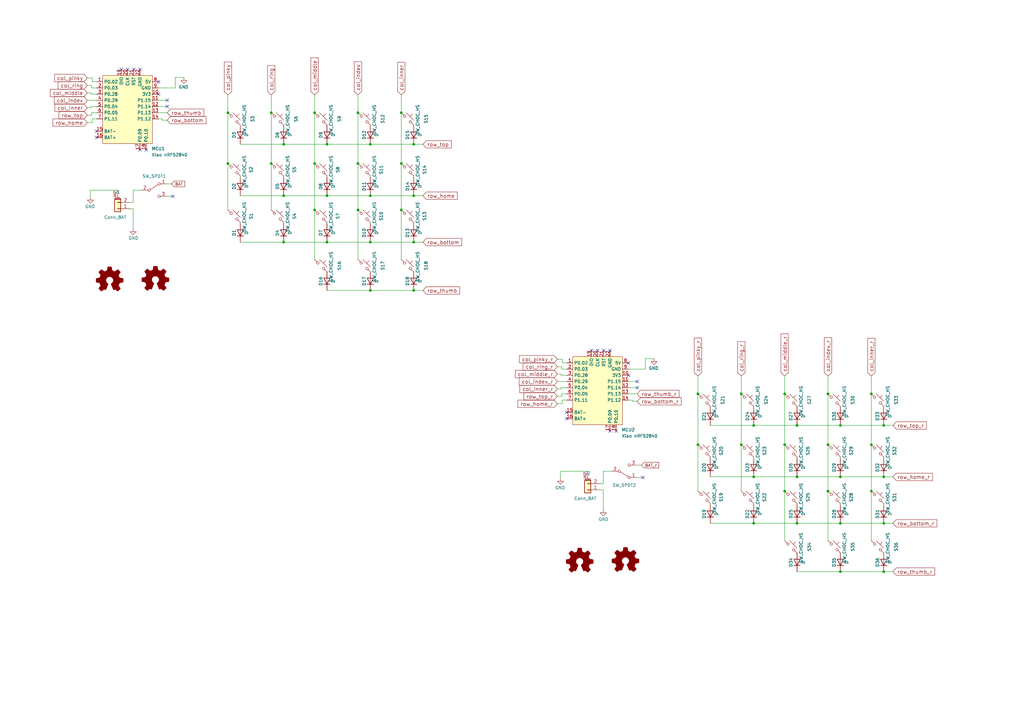
<source format=kicad_sch>
(kicad_sch (version 20231120) (generator "eeschema") (generator_version "8.0")
  (paper "A3")
  (lib_symbols
    (symbol "Connector_Generic_MountingPin:Conn_01x02_MountingPin" (pin_names (offset 1.016) hide)
      (property "Reference" "J" (at 0 2.54 0))
      (property "Value" "Conn_01x02_MountingPin" (at 1.27 -5.08 0))
      (symbol "Conn_01x02_MountingPin_1_1"
        (text "Mounting" (at 0 -4.191 0) (effects (font (size 0.381 0.381))))
        (pin passive line (at -5.08 0 0) (length 3.81) (name "Pin_1") (number "1"))
        (pin passive line (at -5.08 -2.54 0) (length 3.81) (name "Pin_2") (number "2"))
        (pin passive line (at 0 -7.62 90) (length 3.048) (name "MountPin") (number "MP"))
      )
    )
    (symbol "Device:D" (pin_numbers hide) (pin_names (offset 1.016) hide)
      (property "Reference" "D" (at 0 2.54 0))
      (property "Value" "D" (at 0 -2.54 0))
      (symbol "D_1_1"
        (pin passive line (at -3.81 0 0) (length 2.54) (name "K") (number "1"))
        (pin passive line (at 3.81 0 180) (length 2.54) (name "A") (number "2"))
      )
    )
    (symbol "Graphic:Logo_Open_Hardware_Small" (in_bom no) (on_board no))
    (symbol "Switch:SW_SPDT" (pin_names (offset 0) hide)
      (property "Reference" "SW" (at 0 4.318 0))
      (property "Value" "SW_SPDT" (at 0 -5.08 0))
      (symbol "SW_SPDT_1_1"
        (pin passive line (at 5.08 2.54 180) (length 2.54) (name "A") (number "1"))
        (pin passive line (at -5.08 0 0) (length 2.54) (name "B") (number "2"))
        (pin passive line (at 5.08 -2.54 180) (length 2.54) (name "C") (number "3"))
      )
    )
    (symbol "TB2086_KEYSWITCH:SW_CHOC_HS" (pin_numbers hide) (pin_names (offset 1.016) hide)
      (property "Reference" "SW" (at -6.6802 6.1722 0))
      (property "Value" "SW_CHOC_HS" (at -0.381 4.191 0))
      (symbol "SW_CHOC_HS_0_1"
        (pin passive line (at -2.54 2.54 0) (length 0) (name "1") (number "1"))
        (pin passive line (at 2.54 -2.54 180) (length 0) (name "2") (number "2"))
      )
    )
    (symbol "TB2086_MCU:xiao_nRF52840" (in_bom no)
      (property "Reference" "MCU" (at -10.16 -12.7 0))
      (property "Value" "Xiao nRF52840" (at -10.16 -15.24 0))
      (symbol "xiao_nRF52840_1_0"
        (pin bidirectional line (at -12.7 13.97 0) (length 2.54) (name "P0.02") (number "1"))
        (pin power_out line (at 12.7 8.89 180) (length 2.54) (name "3V3") (number "10"))
        (pin bidirectional line (at 12.7 6.35 180) (length 2.54) (name "P1.15") (number "11"))
        (pin bidirectional line (at 12.7 3.81 180) (length 2.54) (name "P1.14") (number "12"))
        (pin bidirectional line (at 12.7 1.27 180) (length 2.54) (name "P1.13") (number "13"))
        (pin bidirectional line (at 12.7 -1.27 180) (length 2.54) (name "P1.12") (number "14"))
        (pin power_in line (at -12.7 -6.35 0) (length 2.54) (name "BAT-") (number "15"))
        (pin power_in line (at -12.7 -8.89 0) (length 2.54) (name "BAT+") (number "16"))
        (pin bidirectional line (at 5.08 -13.97 90) (length 2.54) (name "P0.09") (number "17"))
        (pin bidirectional line (at 7.62 -13.97 90) (length 2.54) (name "P0.10") (number "18"))
        (pin bidirectional line (at -2.54 19.05 270) (length 2.54) (name "DIO") (number "19"))
        (pin bidirectional line (at -12.7 11.43 0) (length 2.54) (name "P0.03") (number "2"))
        (pin bidirectional line (at 0 19.05 270) (length 2.54) (name "CLK") (number "20"))
        (pin bidirectional line (at 2.54 19.05 270) (length 2.54) (name "RST") (number "21"))
        (pin power_out line (at 5.08 19.05 270) (length 2.54) (name "GND") (number "22"))
        (pin bidirectional line (at -12.7 8.89 0) (length 2.54) (name "P0.28") (number "3"))
        (pin bidirectional line (at -12.7 6.35 0) (length 2.54) (name "P0.29") (number "4"))
        (pin bidirectional line (at -12.7 3.81 0) (length 2.54) (name "P0.04") (number "5"))
        (pin bidirectional line (at -12.7 1.27 0) (length 2.54) (name "P0.05") (number "6"))
        (pin bidirectional line (at -12.7 -1.27 0) (length 2.54) (name "P1.11") (number "7"))
        (pin power_out line (at 12.7 13.97 180) (length 2.54) (name "5V") (number "8"))
        (pin power_out line (at 12.7 11.43 180) (length 2.54) (name "GND") (number "9"))
      )
    )
    (symbol "power:GND" (power) (pin_names (offset 0))
      (property "Value" "GND" (at 0 -3.81 0))
      (symbol "GND_1_1"
        (pin power_in line (at 0 0 270) (length 0) hide (name "GND") (number "1"))
      )
    )
    (symbol "power:PWR_FLAG" (power) (pin_numbers hide) (pin_names (offset 0) hide)
      (property "Value" "PWR_FLAG" (at 0 3.81 0))
      (symbol "PWR_FLAG_0_0"
        (pin power_out line (at 0 0 90) (length 0) (name "pwr") (number "1"))
      )
    )
    (symbol "power:VCC" (power) (pin_names (offset 0))
      (property "Value" "VCC" (at 0 3.81 0))
      (symbol "VCC_1_1"
        (pin power_in line (at 0 0 90) (length 0) hide (name "VCC") (number "1"))
      )
    )
  )
  (junction (at 357.378 201.422))
  (junction (at 357.378 161.544))
  (junction (at 93.472 46.228))
  (junction (at 321.818 201.422))
  (junction (at 111.252 67.056))
  (junction (at 111.252 46.228))
  (junction (at 286.258 161.544))
  (junction (at 344.678 214.63))
  (junction (at 151.892 80.264))
  (junction (at 164.592 86.106))
  (junction (at 344.678 234.442))
  (junction (at 326.898 174.498))
  (junction (at 129.032 46.228))
  (junction (at 134.112 59.182))
  (junction (at 326.898 195.58))
  (junction (at 116.332 80.264))
  (junction (at 339.598 161.544))
  (junction (at 326.898 214.63))
  (junction (at 151.892 59.182))
  (junction (at 362.458 214.63))
  (junction (at 362.458 195.58))
  (junction (at 309.118 214.63))
  (junction (at 362.458 174.498))
  (junction (at 93.472 67.056))
  (junction (at 304.038 161.544))
  (junction (at 116.332 99.314))
  (junction (at 151.892 99.314))
  (junction (at 164.592 46.228))
  (junction (at 146.812 46.228))
  (junction (at 321.818 161.544))
  (junction (at 344.678 174.498))
  (junction (at 169.672 80.264))
  (junction (at 129.032 86.106))
  (junction (at 116.332 59.182))
  (junction (at 169.672 59.182))
  (junction (at 339.598 201.422))
  (junction (at 286.258 182.372))
  (junction (at 321.818 182.372))
  (junction (at 151.892 119.126))
  (junction (at 169.672 99.314))
  (junction (at 164.592 67.056))
  (junction (at 134.112 99.314))
  (junction (at 129.032 67.056))
  (junction (at 134.112 80.264))
  (junction (at 169.672 119.126))
  (junction (at 146.812 67.056))
  (junction (at 146.812 86.106))
  (junction (at 309.118 195.58))
  (junction (at 309.118 174.498))
  (junction (at 344.678 195.58))
  (junction (at 362.458 234.442))
  (junction (at 339.598 182.372))
  (junction (at 357.378 182.372))
  (junction (at 304.038 182.372))
  (no_connect (at 232.41 171.704))
  (no_connect (at 52.324 28.448))
  (no_connect (at 68.58 43.688))
  (no_connect (at 39.624 53.848))
  (no_connect (at 68.58 41.148))
  (no_connect (at 252.73 176.784))
  (no_connect (at 261.366 159.004))
  (no_connect (at 49.784 28.448))
  (no_connect (at 57.404 61.468))
  (no_connect (at 232.41 169.164))
  (no_connect (at 242.57 143.764))
  (no_connect (at 245.11 143.764))
  (no_connect (at 261.366 156.464))
  (no_connect (at 65.024 33.528))
  (no_connect (at 59.944 61.468))
  (no_connect (at 57.404 28.448))
  (no_connect (at 247.65 143.764))
  (no_connect (at 263.652 195.834))
  (no_connect (at 70.866 80.518))
  (no_connect (at 257.81 153.924))
  (no_connect (at 250.19 143.764))
  (no_connect (at 257.81 148.844))
  (no_connect (at 39.624 56.388))
  (no_connect (at 65.024 38.608))
  (no_connect (at 54.864 28.448))
  (no_connect (at 250.19 176.784))
  (wire (pts (xy 164.592 46.228) (xy 164.592 67.056)))
  (wire (pts (xy 344.678 195.58) (xy 362.458 195.58)))
  (wire (pts (xy 169.672 80.264) (xy 173.482 80.264)))
  (wire (pts (xy 339.598 182.372) (xy 339.598 201.422)))
  (wire (pts (xy 111.252 46.228) (xy 111.252 67.056)))
  (wire (pts (xy 98.552 51.308) (xy 98.552 51.562)))
  (wire (pts (xy 164.592 38.862) (xy 164.592 46.228)))
  (wire (pts (xy 344.678 166.624) (xy 344.678 166.878)))
  (wire (pts (xy 54.61 85.598) (xy 53.34 85.598)))
  (wire (pts (xy 164.592 67.056) (xy 164.592 86.106)))
  (wire (pts (xy 37.592 47.244) (xy 37.592 46.228)))
  (wire (pts (xy 309.118 206.502) (xy 309.118 207.01)))
  (wire (pts (xy 357.378 201.422) (xy 357.378 221.742)))
  (wire (pts (xy 309.118 214.63) (xy 326.898 214.63)))
  (wire (pts (xy 326.898 214.63) (xy 344.678 214.63)))
  (wire (pts (xy 228.6 150.368) (xy 230.378 150.368)))
  (wire (pts (xy 321.818 182.372) (xy 321.818 201.422)))
  (wire (pts (xy 66.548 48.768) (xy 65.024 48.768)))
  (wire (pts (xy 362.458 166.624) (xy 362.458 166.878)))
  (wire (pts (xy 344.678 234.442) (xy 362.458 234.442)))
  (wire (pts (xy 259.334 164.084) (xy 257.81 164.084)))
  (wire (pts (xy 54.61 77.978) (xy 54.61 83.058)))
  (wire (pts (xy 164.592 86.106) (xy 164.592 106.426)))
  (wire (pts (xy 37.592 36.068) (xy 39.624 36.068)))
  (wire (pts (xy 37.846 50.292) (xy 37.846 48.768)))
  (wire (pts (xy 169.672 91.186) (xy 169.672 91.694)))
  (wire (pts (xy 321.818 201.422) (xy 321.818 221.742)))
  (wire (pts (xy 169.672 99.314) (xy 173.482 99.314)))
  (wire (pts (xy 93.472 67.056) (xy 93.472 86.106)))
  (wire (pts (xy 261.112 190.754) (xy 263.144 190.754)))
  (wire (pts (xy 54.61 83.058) (xy 53.34 83.058)))
  (wire (pts (xy 264.668 151.384) (xy 257.81 151.384)))
  (wire (pts (xy 326.898 187.452) (xy 326.898 187.96)))
  (wire (pts (xy 344.678 214.63) (xy 362.458 214.63)))
  (wire (pts (xy 37.338 44.196) (xy 37.338 43.688)))
  (wire (pts (xy 134.112 80.264) (xy 151.892 80.264)))
  (wire (pts (xy 70.866 80.518) (xy 68.326 80.518)))
  (wire (pts (xy 37.338 38.1) (xy 37.338 38.608)))
  (wire (pts (xy 362.458 195.58) (xy 366.268 195.58)))
  (wire (pts (xy 230.378 150.368) (xy 230.378 151.384)))
  (wire (pts (xy 304.038 182.372) (xy 304.038 201.422)))
  (wire (pts (xy 344.678 187.452) (xy 344.678 187.96)))
  (wire (pts (xy 68.58 41.148) (xy 65.024 41.148)))
  (wire (pts (xy 291.338 187.452) (xy 291.338 187.96)))
  (wire (pts (xy 326.898 206.502) (xy 326.898 207.01)))
  (wire (pts (xy 116.332 80.264) (xy 134.112 80.264)))
  (wire (pts (xy 111.252 67.056) (xy 111.252 86.106)))
  (wire (pts (xy 169.672 59.182) (xy 173.482 59.182)))
  (wire (pts (xy 129.032 46.228) (xy 129.032 67.056)))
  (wire (pts (xy 151.892 80.264) (xy 169.672 80.264)))
  (wire (pts (xy 35.814 44.196) (xy 37.338 44.196)))
  (wire (pts (xy 326.898 234.442) (xy 344.678 234.442)))
  (wire (pts (xy 93.472 46.228) (xy 93.472 67.056)))
  (wire (pts (xy 68.326 75.438) (xy 70.358 75.438)))
  (wire (pts (xy 111.252 38.862) (xy 111.252 46.228)))
  (wire (pts (xy 261.366 161.544) (xy 257.81 161.544)))
  (wire (pts (xy 357.378 182.372) (xy 357.378 201.422)))
  (wire (pts (xy 362.458 206.502) (xy 362.458 207.01)))
  (wire (pts (xy 357.378 154.178) (xy 357.378 161.544)))
  (wire (pts (xy 93.472 38.862) (xy 93.472 46.228)))
  (wire (pts (xy 151.892 51.308) (xy 151.892 51.562)))
  (wire (pts (xy 259.334 164.592) (xy 259.334 164.084)))
  (wire (pts (xy 362.458 187.452) (xy 362.458 187.96)))
  (wire (pts (xy 71.882 36.068) (xy 65.024 36.068)))
  (wire (pts (xy 291.338 166.624) (xy 291.338 166.878)))
  (wire (pts (xy 134.112 99.314) (xy 151.892 99.314)))
  (wire (pts (xy 228.6 156.464) (xy 232.41 156.464)))
  (wire (pts (xy 228.6 162.56) (xy 230.378 162.56)))
  (wire (pts (xy 116.332 99.314) (xy 134.112 99.314)))
  (wire (pts (xy 261.366 164.592) (xy 259.334 164.592)))
  (wire (pts (xy 263.652 195.834) (xy 261.112 195.834)))
  (wire (pts (xy 151.892 119.126) (xy 169.672 119.126)))
  (wire (pts (xy 68.58 43.688) (xy 65.024 43.688)))
  (wire (pts (xy 247.396 200.914) (xy 246.126 200.914)))
  (wire (pts (xy 48.26 77.978) (xy 37.084 77.978)))
  (wire (pts (xy 326.898 166.624) (xy 326.898 166.878)))
  (wire (pts (xy 129.032 86.106) (xy 129.032 106.426)))
  (wire (pts (xy 37.846 48.768) (xy 39.624 48.768)))
  (wire (pts (xy 98.552 99.314) (xy 116.332 99.314)))
  (wire (pts (xy 173.482 119.126) (xy 169.672 119.126)))
  (wire (pts (xy 35.814 50.292) (xy 37.846 50.292)))
  (wire (pts (xy 230.378 161.544) (xy 232.41 161.544)))
  (wire (pts (xy 151.892 72.136) (xy 151.892 72.644)))
  (wire (pts (xy 230.378 151.384) (xy 232.41 151.384)))
  (wire (pts (xy 116.332 59.182) (xy 134.112 59.182)))
  (wire (pts (xy 344.678 174.498) (xy 362.458 174.498)))
  (wire (pts (xy 151.892 99.314) (xy 169.672 99.314)))
  (wire (pts (xy 230.124 159.512) (xy 230.124 159.004)))
  (wire (pts (xy 362.458 214.63) (xy 366.268 214.63)))
  (wire (pts (xy 35.814 38.1) (xy 37.338 38.1)))
  (wire (pts (xy 169.672 72.136) (xy 169.672 72.644)))
  (wire (pts (xy 286.258 154.178) (xy 286.258 161.544)))
  (wire (pts (xy 268.224 147.066) (xy 264.668 147.066)))
  (wire (pts (xy 68.58 46.228) (xy 65.024 46.228)))
  (wire (pts (xy 66.548 49.276) (xy 66.548 48.768)))
  (wire (pts (xy 230.632 165.608) (xy 230.632 164.084)))
  (wire (pts (xy 228.6 159.512) (xy 230.124 159.512)))
  (wire (pts (xy 169.672 51.308) (xy 169.672 51.562)))
  (wire (pts (xy 146.812 38.862) (xy 146.812 46.228)))
  (wire (pts (xy 309.118 195.58) (xy 326.898 195.58)))
  (wire (pts (xy 229.87 193.294) (xy 229.87 196.088)))
  (wire (pts (xy 230.378 162.56) (xy 230.378 161.544)))
  (wire (pts (xy 339.598 161.544) (xy 339.598 182.372)))
  (wire (pts (xy 35.814 32.004) (xy 37.846 32.004)))
  (wire (pts (xy 309.118 174.498) (xy 326.898 174.498)))
  (wire (pts (xy 37.592 46.228) (xy 39.624 46.228)))
  (wire (pts (xy 75.438 31.75) (xy 71.882 31.75)))
  (wire (pts (xy 98.552 80.264) (xy 116.332 80.264)))
  (wire (pts (xy 291.338 206.502) (xy 291.338 207.01)))
  (wire (pts (xy 230.124 153.924) (xy 232.41 153.924)))
  (wire (pts (xy 304.038 154.178) (xy 304.038 161.544)))
  (wire (pts (xy 326.898 195.58) (xy 344.678 195.58)))
  (wire (pts (xy 54.61 85.598) (xy 54.61 93.726)))
  (wire (pts (xy 247.396 200.914) (xy 247.396 209.042)))
  (wire (pts (xy 71.882 31.75) (xy 71.882 36.068)))
  (wire (pts (xy 35.814 47.244) (xy 37.592 47.244)))
  (wire (pts (xy 37.592 35.052) (xy 37.592 36.068)))
  (wire (pts (xy 366.268 234.442) (xy 362.458 234.442)))
  (wire (pts (xy 54.61 77.978) (xy 58.166 77.978)))
  (wire (pts (xy 291.338 214.63) (xy 309.118 214.63)))
  (wire (pts (xy 37.338 38.608) (xy 39.624 38.608)))
  (wire (pts (xy 228.6 153.416) (xy 230.124 153.416)))
  (wire (pts (xy 321.818 154.178) (xy 321.818 161.544)))
  (wire (pts (xy 151.892 91.186) (xy 151.892 91.694)))
  (wire (pts (xy 247.396 193.294) (xy 250.952 193.294)))
  (wire (pts (xy 68.58 49.276) (xy 66.548 49.276)))
  (wire (pts (xy 291.338 195.58) (xy 309.118 195.58)))
  (wire (pts (xy 230.632 147.32) (xy 230.632 148.844)))
  (wire (pts (xy 116.332 72.136) (xy 116.332 72.644)))
  (wire (pts (xy 37.338 43.688) (xy 39.624 43.688)))
  (wire (pts (xy 35.814 41.148) (xy 39.624 41.148)))
  (wire (pts (xy 357.378 161.544) (xy 357.378 182.372)))
  (wire (pts (xy 339.598 154.178) (xy 339.598 161.544)))
  (wire (pts (xy 134.112 51.308) (xy 134.112 51.562)))
  (wire (pts (xy 241.046 193.294) (xy 229.87 193.294)))
  (wire (pts (xy 291.338 174.498) (xy 309.118 174.498)))
  (wire (pts (xy 326.898 174.498) (xy 344.678 174.498)))
  (wire (pts (xy 134.112 91.186) (xy 134.112 91.694)))
  (wire (pts (xy 116.332 51.308) (xy 116.332 51.562)))
  (wire (pts (xy 286.258 161.544) (xy 286.258 182.372)))
  (wire (pts (xy 37.846 32.004) (xy 37.846 33.528)))
  (wire (pts (xy 321.818 161.544) (xy 321.818 182.372)))
  (wire (pts (xy 264.668 147.066) (xy 264.668 151.384)))
  (wire (pts (xy 228.6 147.32) (xy 230.632 147.32)))
  (wire (pts (xy 228.6 165.608) (xy 230.632 165.608)))
  (wire (pts (xy 339.598 201.422) (xy 339.598 221.742)))
  (wire (pts (xy 261.366 156.464) (xy 257.81 156.464)))
  (wire (pts (xy 309.118 166.624) (xy 309.118 166.878)))
  (wire (pts (xy 129.032 67.056) (xy 129.032 86.106)))
  (wire (pts (xy 98.552 91.186) (xy 98.552 91.694)))
  (wire (pts (xy 247.396 198.374) (xy 246.126 198.374)))
  (wire (pts (xy 116.332 91.186) (xy 116.332 91.694)))
  (wire (pts (xy 362.458 174.498) (xy 366.268 174.498)))
  (wire (pts (xy 261.366 159.004) (xy 257.81 159.004)))
  (wire (pts (xy 309.118 187.452) (xy 309.118 187.96)))
  (wire (pts (xy 230.632 148.844) (xy 232.41 148.844)))
  (wire (pts (xy 134.112 119.126) (xy 151.892 119.126)))
  (wire (pts (xy 151.892 59.182) (xy 169.672 59.182)))
  (wire (pts (xy 98.552 59.182) (xy 116.332 59.182)))
  (wire (pts (xy 35.814 35.052) (xy 37.592 35.052)))
  (wire (pts (xy 304.038 161.544) (xy 304.038 182.372)))
  (wire (pts (xy 98.552 72.136) (xy 98.552 72.644)))
  (wire (pts (xy 37.084 77.978) (xy 37.084 80.772)))
  (wire (pts (xy 230.124 159.004) (xy 232.41 159.004)))
  (wire (pts (xy 286.258 182.372) (xy 286.258 201.422)))
  (wire (pts (xy 344.678 206.502) (xy 344.678 207.01)))
  (wire (pts (xy 230.124 153.416) (xy 230.124 153.924)))
  (wire (pts (xy 146.812 67.056) (xy 146.812 86.106)))
  (wire (pts (xy 230.632 164.084) (xy 232.41 164.084)))
  (wire (pts (xy 134.112 72.136) (xy 134.112 72.644)))
  (wire (pts (xy 129.032 38.862) (xy 129.032 46.228)))
  (wire (pts (xy 134.112 59.182) (xy 151.892 59.182)))
  (wire (pts (xy 146.812 86.106) (xy 146.812 106.426)))
  (wire (pts (xy 37.846 33.528) (xy 39.624 33.528)))
  (wire (pts (xy 247.396 193.294) (xy 247.396 198.374)))
  (wire (pts (xy 146.812 46.228) (xy 146.812 67.056)))
  (global_label "row_top" (shape input) (at 173.482 59.182 0) (effects (font (size 1.524 1.524))) (property "Intersheetrefs" "${INTERSHEET_REFS}" (effects (hide yes))))
  (global_label "row_home" (shape input) (at 173.482 80.264 0) (effects (font (size 1.524 1.524))) (property "Intersheetrefs" "${INTERSHEET_REFS}" (effects (hide yes))))
  (global_label "col_pinky" (shape input) (at 35.814 32.004 180) (effects (font (size 1.524 1.524))) (property "Intersheetrefs" "${INTERSHEET_REFS}" (effects (hide yes))))
  (global_label "row_top_r" (shape input) (at 366.268 174.498 0) (effects (font (size 1.524 1.524))) (property "Intersheetrefs" "${INTERSHEET_REFS}" (effects (hide yes))))
  (global_label "col_pinky_r" (shape input) (at 286.258 154.178 90) (effects (font (size 1.524 1.524))) (property "Intersheetrefs" "${INTERSHEET_REFS}" (effects (hide yes))))
  (global_label "col_index_r" (shape input) (at 339.598 154.178 90) (effects (font (size 1.524 1.524))) (property "Intersheetrefs" "${INTERSHEET_REFS}" (effects (hide yes))))
  (global_label "row_thumb" (shape input) (at 68.58 46.228 0) (effects (font (size 1.524 1.524))) (property "Intersheetrefs" "${INTERSHEET_REFS}" (effects (hide yes))))
  (global_label "row_top_r" (shape input) (at 228.6 162.56 180) (effects (font (size 1.524 1.524))) (property "Intersheetrefs" "${INTERSHEET_REFS}" (effects (hide yes))))
  (global_label "col_middle_r" (shape input) (at 228.6 153.416 180) (effects (font (size 1.524 1.524))) (property "Intersheetrefs" "${INTERSHEET_REFS}" (effects (hide yes))))
  (global_label "col_inner_r" (shape input) (at 357.378 154.178 90) (effects (font (size 1.524 1.524))) (property "Intersheetrefs" "${INTERSHEET_REFS}" (effects (hide yes))))
  (global_label "col_pinky" (shape input) (at 93.472 38.862 90) (effects (font (size 1.524 1.524))) (property "Intersheetrefs" "${INTERSHEET_REFS}" (effects (hide yes))))
  (global_label "col_inner" (shape input) (at 164.592 38.862 90) (effects (font (size 1.524 1.524))) (property "Intersheetrefs" "${INTERSHEET_REFS}" (effects (hide yes))))
  (global_label "col_pinky_r" (shape input) (at 228.6 147.32 180) (effects (font (size 1.524 1.524))) (property "Intersheetrefs" "${INTERSHEET_REFS}" (effects (hide yes))))
  (global_label "col_ring" (shape input) (at 111.252 38.862 90) (effects (font (size 1.524 1.524))) (property "Intersheetrefs" "${INTERSHEET_REFS}" (effects (hide yes))))
  (global_label "row_bottom" (shape input) (at 173.482 99.314 0) (effects (font (size 1.524 1.524))) (property "Intersheetrefs" "${INTERSHEET_REFS}" (effects (hide yes))))
  (global_label "col_index" (shape input) (at 35.814 41.148 180) (effects (font (size 1.524 1.524))) (property "Intersheetrefs" "${INTERSHEET_REFS}" (effects (hide yes))))
  (global_label "col_ring_r" (shape input) (at 228.6 150.368 180) (effects (font (size 1.524 1.524))) (property "Intersheetrefs" "${INTERSHEET_REFS}" (effects (hide yes))))
  (global_label "col_middle" (shape input) (at 35.814 38.1 180) (effects (font (size 1.524 1.524))) (property "Intersheetrefs" "${INTERSHEET_REFS}" (effects (hide yes))))
  (global_label "row_bottom_r" (shape input) (at 366.268 214.63 0) (effects (font (size 1.524 1.524))) (property "Intersheetrefs" "${INTERSHEET_REFS}" (effects (hide yes))))
  (global_label "row_thumb" (shape input) (at 173.482 119.126 0) (effects (font (size 1.524 1.524))) (property "Intersheetrefs" "${INTERSHEET_REFS}" (effects (hide yes))))
  (global_label "col_ring_r" (shape input) (at 304.038 154.178 90) (effects (font (size 1.524 1.524))) (property "Intersheetrefs" "${INTERSHEET_REFS}" (effects (hide yes))))
  (global_label "col_index" (shape input) (at 146.812 38.862 90) (effects (font (size 1.524 1.524))) (property "Intersheetrefs" "${INTERSHEET_REFS}" (effects (hide yes))))
  (global_label "col_inner_r" (shape input) (at 228.6 159.512 180) (effects (font (size 1.524 1.524))) (property "Intersheetrefs" "${INTERSHEET_REFS}" (effects (hide yes))))
  (global_label "row_home_r" (shape input) (at 228.6 165.608 180) (effects (font (size 1.524 1.524))) (property "Intersheetrefs" "${INTERSHEET_REFS}" (effects (hide yes))))
  (global_label "row_home" (shape input) (at 35.814 50.292 180) (effects (font (size 1.524 1.524))) (property "Intersheetrefs" "${INTERSHEET_REFS}" (effects (hide yes))))
  (global_label "col_middle" (shape input) (at 129.032 38.862 90) (effects (font (size 1.524 1.524))) (property "Intersheetrefs" "${INTERSHEET_REFS}" (effects (hide yes))))
  (global_label "row_thumb_r" (shape input) (at 261.366 161.544 0) (effects (font (size 1.524 1.524))) (property "Intersheetrefs" "${INTERSHEET_REFS}" (effects (hide yes))))
  (global_label "BAT_r" (shape input) (at 263.144 190.754 0) (effects (font (size 1.1938 1.1938))) (property "Intersheetrefs" "${INTERSHEET_REFS}" (effects (hide yes))))
  (global_label "row_bottom_r" (shape input) (at 261.366 164.592 0) (effects (font (size 1.524 1.524))) (property "Intersheetrefs" "${INTERSHEET_REFS}" (effects (hide yes))))
  (global_label "col_ring" (shape input) (at 35.814 35.052 180) (effects (font (size 1.524 1.524))) (property "Intersheetrefs" "${INTERSHEET_REFS}" (effects (hide yes))))
  (global_label "col_index_r" (shape input) (at 228.6 156.464 180) (effects (font (size 1.524 1.524))) (property "Intersheetrefs" "${INTERSHEET_REFS}" (effects (hide yes))))
  (global_label "col_inner" (shape input) (at 35.814 44.196 180) (effects (font (size 1.524 1.524))) (property "Intersheetrefs" "${INTERSHEET_REFS}" (effects (hide yes))))
  (global_label "row_bottom" (shape input) (at 68.58 49.276 0) (effects (font (size 1.524 1.524))) (property "Intersheetrefs" "${INTERSHEET_REFS}" (effects (hide yes))))
  (global_label "BAT" (shape input) (at 70.358 75.438 0) (effects (font (size 1.1938 1.1938))) (property "Intersheetrefs" "${INTERSHEET_REFS}" (effects (hide yes))))
  (global_label "row_home_r" (shape input) (at 366.268 195.58 0) (effects (font (size 1.524 1.524))) (property "Intersheetrefs" "${INTERSHEET_REFS}" (effects (hide yes))))
  (global_label "row_top" (shape input) (at 35.814 47.244 180) (effects (font (size 1.524 1.524))) (property "Intersheetrefs" "${INTERSHEET_REFS}" (effects (hide yes))))
  (global_label "row_thumb_r" (shape input) (at 366.268 234.442 0) (effects (font (size 1.524 1.524))) (property "Intersheetrefs" "${INTERSHEET_REFS}" (effects (hide yes))))
  (global_label "col_middle_r" (shape input) (at 321.818 154.178 90) (effects (font (size 1.524 1.524))) (property "Intersheetrefs" "${INTERSHEET_REFS}" (effects (hide yes))))
  (symbol (lib_id "Device:D") (at 134.112 55.372 90) (unit 1)
    (property "Reference" "D9" (at 131.572 55.372 0))
    (property "Value" "D" (at 136.652 55.372 0))
    (property "Footprint" "TB2086_SMD:D3_SMD" (effects (hide yes)))
    (property "Sim.Device" "D" (effects (hide yes)))
    (property "Sim.Pins" "1=K 2=A" (effects (hide yes)))
  )
  (symbol (lib_id "power:GND") (at 247.396 209.042 0) (mirror y) (unit 1)
    (property "Reference" "#PWR06" (effects (hide yes)))
    (property "Value" "GND" (at 247.523 212.979 0))
  )
  (symbol (lib_id "Device:D") (at 326.898 170.688 90) (unit 1)
    (property "Reference" "D27" (at 324.358 170.688 0))
    (property "Value" "D" (at 329.438 170.688 0))
    (property "Footprint" "TB2086_SMD:D3_SMD" (effects (hide yes)))
    (property "Sim.Device" "D" (effects (hide yes)))
    (property "Sim.Pins" "1=K 2=A" (effects (hide yes)))
  )
  (symbol (lib_id "Device:D") (at 291.338 170.688 90) (unit 1)
    (property "Reference" "D21" (at 288.798 170.688 0))
    (property "Value" "D" (at 293.878 170.688 0))
    (property "Footprint" "TB2086_SMD:D3_SMD" (effects (hide yes)))
    (property "Sim.Device" "D" (effects (hide yes)))
    (property "Sim.Pins" "1=K 2=A" (effects (hide yes)))
  )
  (symbol (lib_id "Device:D") (at 116.332 76.454 90) (unit 1)
    (property "Reference" "D5" (at 113.792 76.454 0))
    (property "Value" "D" (at 118.872 76.454 0))
    (property "Footprint" "TB2086_SMD:D3_SMD" (effects (hide yes)))
    (property "Sim.Device" "D" (effects (hide yes)))
    (property "Sim.Pins" "1=K 2=A" (effects (hide yes)))
  )
  (symbol (lib_id "TB2086_KEYSWITCH:SW_CHOC_HS") (at 342.138 224.282 270) (mirror x) (unit 1)
    (property "Reference" "S35" (at 349.758 224.282 0))
    (property "Value" "SW_CHOC_HS" (at 346.329 224.663 0))
    (property "Footprint" "TB2086_KEYSWITCH:SW_choc_v1_v2_HS_1u" (effects (hide yes)))
    (property "Description" "Push button switch, normally open, two pins, 45° tilted" (effects (hide yes)))
  )
  (symbol (lib_id "power:GND") (at 54.61 93.726 0) (mirror y) (unit 1)
    (property "Reference" "#PWR03" (effects (hide yes)))
    (property "Value" "GND" (at 54.737 97.663 0))
  )
  (symbol (lib_id "TB2086_KEYSWITCH:SW_CHOC_HS") (at 324.358 224.282 270) (mirror x) (unit 1)
    (property "Reference" "S34" (at 331.978 224.282 0))
    (property "Value" "SW_CHOC_HS" (at 328.549 224.663 0))
    (property "Footprint" "TB2086_KEYSWITCH:SW_choc_v1_v2_HS_1u" (effects (hide yes)))
    (property "Description" "Push button switch, normally open, two pins, 45° tilted" (effects (hide yes)))
  )
  (symbol (lib_id "Device:D") (at 326.898 210.82 90) (unit 1)
    (property "Reference" "D25" (at 324.358 210.82 0))
    (property "Value" "D" (at 329.438 210.82 0))
    (property "Footprint" "TB2086_SMD:D3_SMD" (effects (hide yes)))
    (property "Sim.Device" "D" (effects (hide yes)))
    (property "Sim.Pins" "1=K 2=A" (effects (hide yes)))
  )
  (symbol (lib_id "TB2086_KEYSWITCH:SW_CHOC_HS") (at 342.138 184.912 270) (mirror x) (unit 1)
    (property "Reference" "S29" (at 349.123 184.912 0))
    (property "Value" "SW_CHOC_HS" (at 346.329 185.293 0))
    (property "Footprint" "TB2086_KEYSWITCH:SW_choc_v1_v2_HS_1u" (effects (hide yes)))
    (property "Description" "Push button switch, normally open, two pins, 45° tilted" (effects (hide yes)))
  )
  (symbol (lib_id "Device:D") (at 116.332 55.372 90) (unit 1)
    (property "Reference" "D6" (at 113.792 55.372 0))
    (property "Value" "D" (at 118.872 55.372 0))
    (property "Footprint" "TB2086_SMD:D3_SMD" (effects (hide yes)))
    (property "Sim.Device" "D" (effects (hide yes)))
    (property "Sim.Pins" "1=K 2=A" (effects (hide yes)))
  )
  (symbol (lib_id "Device:D") (at 362.458 230.632 90) (unit 1)
    (property "Reference" "D36" (at 359.918 230.632 0))
    (property "Value" "D" (at 364.998 230.632 0))
    (property "Footprint" "TB2086_SMD:D3_SMD" (effects (hide yes)))
    (property "Sim.Device" "D" (effects (hide yes)))
    (property "Sim.Pins" "1=K 2=A" (effects (hide yes)))
  )
  (symbol (lib_id "Device:D") (at 116.332 95.504 90) (unit 1)
    (property "Reference" "D4" (at 113.792 95.504 0))
    (property "Value" "D" (at 118.872 95.504 0))
    (property "Footprint" "TB2086_SMD:D3_SMD" (effects (hide yes)))
    (property "Sim.Device" "D" (effects (hide yes)))
    (property "Sim.Pins" "1=K 2=A" (effects (hide yes)))
  )
  (symbol (lib_id "TB2086_KEYSWITCH:SW_CHOC_HS") (at 288.798 164.084 270) (mirror x) (unit 1)
    (property "Reference" "S21" (at 296.418 164.084 0))
    (property "Value" "SW_CHOC_HS" (at 292.989 164.465 0))
    (property "Footprint" "TB2086_KEYSWITCH:SW_choc_v1_v2_HS_1u" (effects (hide yes)))
    (property "Description" "Push button switch, normally open, two pins, 45° tilted" (effects (hide yes)))
  )
  (symbol (lib_id "power:GND") (at 561.34 21.59 0) (unit 1)
    (property "Reference" "#PWR023" (effects (hide yes)))
    (property "Value" "GND" (at 561.34 25.4 0))
  )
  (symbol (lib_id "power:GND") (at 37.084 80.772 0) (unit 1)
    (property "Reference" "#PWR02" (effects (hide yes)))
    (property "Value" "GND" (at 36.957 84.709 0))
  )
  (symbol (lib_id "TB2086_KEYSWITCH:SW_CHOC_HS") (at 149.352 48.768 270) (mirror x) (unit 1)
    (property "Reference" "S12" (at 156.972 48.768 0))
    (property "Value" "SW_CHOC_HS" (at 153.543 49.149 0))
    (property "Footprint" "TB2086_KEYSWITCH:SW_choc_v1_v2_HS_1u" (effects (hide yes)))
    (property "Description" "Push button switch, normally open, two pins, 45° tilted" (effects (hide yes)))
  )
  (symbol (lib_id "Device:D") (at 344.678 170.688 90) (unit 1)
    (property "Reference" "D30" (at 342.138 170.688 0))
    (property "Value" "D" (at 347.218 170.688 0))
    (property "Footprint" "TB2086_SMD:D3_SMD" (effects (hide yes)))
    (property "Sim.Device" "D" (effects (hide yes)))
    (property "Sim.Pins" "1=K 2=A" (effects (hide yes)))
  )
  (symbol (lib_id "TB2086_MCU:xiao_nRF52840") (at 245.11 162.814 0) (unit 1) (in_bom no)
    (property "Reference" "MCU2" (at 254.9241 176.276 0) (effects (justify left)))
    (property "Value" "Xiao nRF52840" (at 254.9241 178.816 0) (effects (justify left)))
    (property "Footprint" "TB2086_G_MCU:Xiao_nRF52840_edgecut" (effects (hide yes)))
    (property "Description" "Symbol for a Seeeduino Xiao nRF52840" (effects (hide yes)))
  )
  (symbol (lib_id "Device:D") (at 362.458 170.688 90) (unit 1)
    (property "Reference" "D33" (at 359.918 170.688 0))
    (property "Value" "D" (at 364.998 170.688 0))
    (property "Footprint" "TB2086_SMD:D3_SMD" (effects (hide yes)))
    (property "Sim.Device" "D" (effects (hide yes)))
    (property "Sim.Pins" "1=K 2=A" (effects (hide yes)))
  )
  (symbol (lib_id "power:PWR_FLAG") (at 571.5 21.59 180) (unit 1)
    (property "Reference" "#FLG02" (effects (hide yes)))
    (property "Value" "PWR_FLAG" (at 571.5 25.4 0))
  )
  (symbol (lib_id "TB2086_KEYSWITCH:SW_CHOC_HS") (at 288.798 184.912 270) (mirror x) (unit 1)
    (property "Reference" "S20" (at 295.783 184.912 0))
    (property "Value" "SW_CHOC_HS" (at 292.989 185.293 0))
    (property "Footprint" "TB2086_KEYSWITCH:SW_choc_v1_v2_HS_1u" (effects (hide yes)))
    (property "Description" "Push button switch, normally open, two pins, 45° tilted" (effects (hide yes)))
  )
  (symbol (lib_id "Device:D") (at 169.672 55.372 90) (unit 1)
    (property "Reference" "D15" (at 167.132 55.372 0))
    (property "Value" "D" (at 172.212 55.372 0))
    (property "Footprint" "TB2086_SMD:D3_SMD" (effects (hide yes)))
    (property "Sim.Device" "D" (effects (hide yes)))
    (property "Sim.Pins" "1=K 2=A" (effects (hide yes)))
  )
  (symbol (lib_id "Device:D") (at 151.892 95.504 90) (unit 1)
    (property "Reference" "D10" (at 149.352 95.504 0))
    (property "Value" "D" (at 154.432 95.504 0))
    (property "Footprint" "TB2086_SMD:D3_SMD" (effects (hide yes)))
    (property "Sim.Device" "D" (effects (hide yes)))
    (property "Sim.Pins" "1=K 2=A" (effects (hide yes)))
  )
  (symbol (lib_id "Device:D") (at 309.118 210.82 90) (unit 1)
    (property "Reference" "D22" (at 306.578 210.82 0))
    (property "Value" "D" (at 311.658 210.82 0))
    (property "Footprint" "TB2086_SMD:D3_SMD" (effects (hide yes)))
    (property "Sim.Device" "D" (effects (hide yes)))
    (property "Sim.Pins" "1=K 2=A" (effects (hide yes)))
  )
  (symbol (lib_id "Device:D") (at 134.112 95.504 90) (unit 1)
    (property "Reference" "D7" (at 131.572 95.504 0))
    (property "Value" "D" (at 136.652 95.504 0))
    (property "Footprint" "TB2086_SMD:D3_SMD" (effects (hide yes)))
    (property "Sim.Device" "D" (effects (hide yes)))
    (property "Sim.Pins" "1=K 2=A" (effects (hide yes)))
  )
  (symbol (lib_id "TB2086_KEYSWITCH:SW_CHOC_HS") (at 167.132 69.596 270) (mirror x) (unit 1)
    (property "Reference" "S14" (at 174.117 69.596 0))
    (property "Value" "SW_CHOC_HS" (at 171.323 69.977 0))
    (property "Footprint" "TB2086_KEYSWITCH:SW_choc_v1_v2_HS_1u" (effects (hide yes)))
    (property "Description" "Push button switch, normally open, two pins, 45° tilted" (effects (hide yes)))
  )
  (symbol (lib_id "Connector_Generic_MountingPin:Conn_01x02_MountingPin") (at 241.046 200.914 180) (unit 1)
    (property "Reference" "J2" (at 241.046 194.0941 0))
    (property "Value" "Conn_BAT" (at 240.0554 204.4446 0))
    (property "Footprint" "TB2086_SMD:Molex_Pico-EZmate_78171-0002_1x02-1MP_P1.20mm_HandSolder" (effects (hide yes)))
    (property "Description" "Generic connectable mounting pin connector, single row, 01x02, script generated (kicad-library-utils/schlib/autogen/connector/)" (effects (hide yes)))
  )
  (symbol (lib_id "Device:D") (at 98.552 55.372 90) (unit 1)
    (property "Reference" "D3" (at 96.012 55.372 0))
    (property "Value" "D" (at 101.092 55.372 0))
    (property "Footprint" "TB2086_SMD:D3_SMD" (effects (hide yes)))
    (property "Sim.Device" "D" (effects (hide yes)))
    (property "Sim.Pins" "1=K 2=A" (effects (hide yes)))
  )
  (symbol (lib_id "TB2086_KEYSWITCH:SW_CHOC_HS") (at 359.918 184.912 270) (mirror x) (unit 1)
    (property "Reference" "S32" (at 366.903 184.912 0))
    (property "Value" "SW_CHOC_HS" (at 364.109 185.293 0))
    (property "Footprint" "TB2086_KEYSWITCH:SW_choc_v1_v2_HS_1u" (effects (hide yes)))
    (property "Description" "Push button switch, normally open, two pins, 45° tilted" (effects (hide yes)))
  )
  (symbol (lib_id "Device:D") (at 169.672 115.316 90) (unit 1)
    (property "Reference" "D18" (at 167.132 115.316 0))
    (property "Value" "D" (at 172.212 115.316 0))
    (property "Footprint" "TB2086_SMD:D3_SMD" (effects (hide yes)))
    (property "Sim.Device" "D" (effects (hide yes)))
    (property "Sim.Pins" "1=K 2=A" (effects (hide yes)))
  )
  (symbol (lib_id "TB2086_KEYSWITCH:SW_CHOC_HS") (at 288.798 203.962 270) (mirror x) (unit 1)
    (property "Reference" "S19" (at 295.783 203.962 0))
    (property "Value" "SW_CHOC_HS" (at 292.989 204.343 0))
    (property "Footprint" "TB2086_KEYSWITCH:SW_choc_v1_v2_HS_1u" (effects (hide yes)))
    (property "Description" "Push button switch, normally open, two pins, 45° tilted" (effects (hide yes)))
  )
  (symbol (lib_id "TB2086_KEYSWITCH:SW_CHOC_HS") (at 131.572 108.966 270) (mirror x) (unit 1)
    (property "Reference" "S16" (at 139.192 108.966 0))
    (property "Value" "SW_CHOC_HS" (at 135.763 109.347 0))
    (property "Footprint" "TB2086_KEYSWITCH:SW_choc_v1_v2_HS_1u" (effects (hide yes)))
    (property "Description" "Push button switch, normally open, two pins, 45° tilted" (effects (hide yes)))
  )
  (symbol (lib_id "TB2086_KEYSWITCH:SW_CHOC_HS") (at 359.918 164.084 270) (mirror x) (unit 1)
    (property "Reference" "S33" (at 367.538 164.084 0))
    (property "Value" "SW_CHOC_HS" (at 364.109 164.465 0))
    (property "Footprint" "TB2086_KEYSWITCH:SW_choc_v1_v2_HS_1u" (effects (hide yes)))
    (property "Description" "Push button switch, normally open, two pins, 45° tilted" (effects (hide yes)))
  )
  (symbol (lib_id "TB2086_KEYSWITCH:SW_CHOC_HS") (at 131.572 88.646 270) (mirror x) (unit 1)
    (property "Reference" "S7" (at 138.557 88.646 0))
    (property "Value" "SW_CHOC_HS" (at 135.763 89.027 0))
    (property "Footprint" "TB2086_KEYSWITCH:SW_choc_v1_v2_HS_1u" (effects (hide yes)))
    (property "Description" "Push button switch, normally open, two pins, 45° tilted" (effects (hide yes)))
  )
  (symbol (lib_id "TB2086_KEYSWITCH:SW_CHOC_HS") (at 167.132 108.966 270) (mirror x) (unit 1)
    (property "Reference" "S18" (at 174.752 108.966 0))
    (property "Value" "SW_CHOC_HS" (at 171.323 109.347 0))
    (property "Footprint" "TB2086_KEYSWITCH:SW_choc_v1_v2_HS_1.5u" (effects (hide yes)))
    (property "Description" "Push button switch, normally open, two pins, 45° tilted" (effects (hide yes)))
  )
  (symbol (lib_id "TB2086_KEYSWITCH:SW_CHOC_HS") (at 96.012 69.596 270) (mirror x) (unit 1)
    (property "Reference" "S2" (at 102.997 69.596 0))
    (property "Value" "SW_CHOC_HS" (at 100.203 69.977 0))
    (property "Footprint" "TB2086_KEYSWITCH:SW_choc_v1_v2_HS_1u" (effects (hide yes)))
    (property "Description" "Push button switch, normally open, two pins, 45° tilted" (effects (hide yes)))
  )
  (symbol (lib_id "TB2086_KEYSWITCH:SW_CHOC_HS") (at 306.578 164.084 270) (mirror x) (unit 1)
    (property "Reference" "S24" (at 314.198 164.084 0))
    (property "Value" "SW_CHOC_HS" (at 310.769 164.465 0))
    (property "Footprint" "TB2086_KEYSWITCH:SW_choc_v1_v2_HS_1u" (effects (hide yes)))
    (property "Description" "Push button switch, normally open, two pins, 45° tilted" (effects (hide yes)))
  )
  (symbol (lib_id "TB2086_KEYSWITCH:SW_CHOC_HS") (at 96.012 88.646 270) (mirror x) (unit 1)
    (property "Reference" "S1" (at 102.997 88.646 0))
    (property "Value" "SW_CHOC_HS" (at 100.203 89.027 0))
    (property "Footprint" "TB2086_KEYSWITCH:SW_choc_v1_v2_HS_1u" (effects (hide yes)))
    (property "Description" "Push button switch, normally open, two pins, 45° tilted" (effects (hide yes)))
  )
  (symbol (lib_id "power:GND") (at 75.438 31.75 0) (unit 1)
    (property "Reference" "#PWR04" (effects (hide yes)))
    (property "Value" "GND" (at 75.311 35.687 0))
  )
  (symbol (lib_id "TB2086_KEYSWITCH:SW_CHOC_HS") (at 324.358 203.962 270) (mirror x) (unit 1)
    (property "Reference" "S25" (at 331.343 203.962 0))
    (property "Value" "SW_CHOC_HS" (at 328.549 204.343 0))
    (property "Footprint" "TB2086_KEYSWITCH:SW_choc_v1_v2_HS_1u" (effects (hide yes)))
    (property "Description" "Push button switch, normally open, two pins, 45° tilted" (effects (hide yes)))
  )
  (symbol (lib_id "Device:D") (at 344.678 191.77 90) (unit 1)
    (property "Reference" "D29" (at 342.138 191.77 0))
    (property "Value" "D" (at 347.218 191.77 0))
    (property "Footprint" "TB2086_SMD:D3_SMD" (effects (hide yes)))
    (property "Sim.Device" "D" (effects (hide yes)))
    (property "Sim.Pins" "1=K 2=A" (effects (hide yes)))
  )
  (symbol (lib_id "Device:D") (at 151.892 55.372 90) (unit 1)
    (property "Reference" "D12" (at 149.352 55.372 0))
    (property "Value" "D" (at 154.432 55.372 0))
    (property "Footprint" "TB2086_SMD:D3_SMD" (effects (hide yes)))
    (property "Sim.Device" "D" (effects (hide yes)))
    (property "Sim.Pins" "1=K 2=A" (effects (hide yes)))
  )
  (symbol (lib_id "TB2086_KEYSWITCH:SW_CHOC_HS") (at 359.918 224.282 270) (mirror x) (unit 1)
    (property "Reference" "S36" (at 367.538 224.282 0))
    (property "Value" "SW_CHOC_HS" (at 364.109 224.663 0))
    (property "Footprint" "TB2086_KEYSWITCH:SW_choc_v1_v2_HS_1.5u" (effects (hide yes)))
    (property "Description" "Push button switch, normally open, two pins, 45° tilted" (effects (hide yes)))
  )
  (symbol (lib_id "Graphic:Logo_Open_Hardware_Small") (at 256.54 230.124 0) (unit 1) (exclude_from_sim yes) (in_bom no) (on_board no)
    (property "Reference" "LOGO4" (effects (hide yes)))
    (property "Value" "Logo_Open_Hardware_Small" (effects (hide yes)))
    (property "Footprint" "TB2086_MISC:OSHW-Logo_5.7x6mm_SilkScreen" (effects (hide yes)))
    (property "Description" "Open Hardware logo, small" (effects (hide yes)))
  )
  (symbol (lib_id "TB2086_KEYSWITCH:SW_CHOC_HS") (at 167.132 48.768 270) (mirror x) (unit 1)
    (property "Reference" "S15" (at 174.752 48.768 0))
    (property "Value" "SW_CHOC_HS" (at 171.323 49.149 0))
    (property "Footprint" "TB2086_KEYSWITCH:SW_choc_v1_v2_HS_1u" (effects (hide yes)))
    (property "Description" "Push button switch, normally open, two pins, 45° tilted" (effects (hide yes)))
  )
  (symbol (lib_id "TB2086_KEYSWITCH:SW_CHOC_HS") (at 149.352 88.646 270) (mirror x) (unit 1)
    (property "Reference" "S10" (at 156.337 88.646 0))
    (property "Value" "SW_CHOC_HS" (at 153.543 89.027 0))
    (property "Footprint" "TB2086_KEYSWITCH:SW_choc_v1_v2_HS_1u" (effects (hide yes)))
    (property "Description" "Push button switch, normally open, two pins, 45° tilted" (effects (hide yes)))
  )
  (symbol (lib_id "TB2086_KEYSWITCH:SW_CHOC_HS") (at 324.358 184.912 270) (mirror x) (unit 1)
    (property "Reference" "S26" (at 331.343 184.912 0))
    (property "Value" "SW_CHOC_HS" (at 328.549 185.293 0))
    (property "Footprint" "TB2086_KEYSWITCH:SW_choc_v1_v2_HS_1u" (effects (hide yes)))
    (property "Description" "Push button switch, normally open, two pins, 45° tilted" (effects (hide yes)))
  )
  (symbol (lib_id "Switch:SW_SPDT") (at 63.246 77.978 0) (unit 1)
    (property "Reference" "SW_SPDT1" (effects (hide yes)))
    (property "Value" "SW_SPDT1" (at 63.246 72.263 0))
    (property "Footprint" "TB2086_SMD:SW_SPDT_PCM12" (effects (hide yes)))
  )
  (symbol (lib_id "power:GND") (at 268.224 147.066 0) (unit 1)
    (property "Reference" "#PWR07" (effects (hide yes)))
    (property "Value" "GND" (at 268.097 151.003 0))
  )
  (symbol (lib_id "TB2086_KEYSWITCH:SW_CHOC_HS") (at 113.792 48.768 270) (mirror x) (unit 1)
    (property "Reference" "S6" (at 121.412 48.768 0))
    (property "Value" "SW_CHOC_HS" (at 117.983 49.149 0))
    (property "Footprint" "TB2086_KEYSWITCH:SW_choc_v1_v2_HS_1u" (effects (hide yes)))
    (property "Description" "Push button switch, normally open, two pins, 45° tilted" (effects (hide yes)))
  )
  (symbol (lib_id "Device:D") (at 326.898 230.632 90) (unit 1)
    (property "Reference" "D34" (at 324.358 230.632 0))
    (property "Value" "D" (at 329.438 230.632 0))
    (property "Footprint" "TB2086_SMD:D3_SMD" (effects (hide yes)))
    (property "Sim.Device" "D" (effects (hide yes)))
    (property "Sim.Pins" "1=K 2=A" (effects (hide yes)))
  )
  (symbol (lib_id "Device:D") (at 362.458 191.77 90) (unit 1)
    (property "Reference" "D32" (at 359.918 191.77 0))
    (property "Value" "D" (at 364.998 191.77 0))
    (property "Footprint" "TB2086_SMD:D3_SMD" (effects (hide yes)))
    (property "Sim.Device" "D" (effects (hide yes)))
    (property "Sim.Pins" "1=K 2=A" (effects (hide yes)))
  )
  (symbol (lib_id "Graphic:Logo_Open_Hardware_Small") (at 63.754 114.808 0) (unit 1) (exclude_from_sim yes) (in_bom no) (on_board no)
    (property "Reference" "LOGO2" (effects (hide yes)))
    (property "Value" "Logo_Open_Hardware_Small" (effects (hide yes)))
    (property "Footprint" "TB2086_MISC:OSHW-Logo_5.7x6mm_SilkScreen" (effects (hide yes)))
    (property "Description" "Open Hardware logo, small" (effects (hide yes)))
  )
  (symbol (lib_id "TB2086_KEYSWITCH:SW_CHOC_HS") (at 131.572 48.768 270) (mirror x) (unit 1)
    (property "Reference" "S9" (at 139.192 48.768 0))
    (property "Value" "SW_CHOC_HS" (at 135.763 49.149 0))
    (property "Footprint" "TB2086_KEYSWITCH:SW_choc_v1_v2_HS_1u" (effects (hide yes)))
    (property "Description" "Push button switch, normally open, two pins, 45° tilted" (effects (hide yes)))
  )
  (symbol (lib_id "TB2086_MCU:xiao_nRF52840") (at 52.324 47.498 0) (unit 1) (in_bom no)
    (property "Reference" "MCU1" (at 62.1381 60.96 0) (effects (justify left)))
    (property "Value" "Xiao nRF52840" (at 62.1381 63.5 0) (effects (justify left)))
    (property "Footprint" "TB2086_G_MCU:Xiao_nRF52840_edgecut" (effects (hide yes)))
    (property "Description" "Symbol for a Seeeduino Xiao nRF52840" (effects (hide yes)))
  )
  (symbol (lib_id "TB2086_KEYSWITCH:SW_CHOC_HS") (at 113.792 69.596 270) (mirror x) (unit 1)
    (property "Reference" "S5" (at 120.777 69.596 0))
    (property "Value" "SW_CHOC_HS" (at 117.983 69.977 0))
    (property "Footprint" "TB2086_KEYSWITCH:SW_choc_v1_v2_HS_1u" (effects (hide yes)))
    (property "Description" "Push button switch, normally open, two pins, 45° tilted" (effects (hide yes)))
  )
  (symbol (lib_id "power:GND") (at 229.87 196.088 0) (unit 1)
    (property "Reference" "#PWR05" (effects (hide yes)))
    (property "Value" "GND" (at 229.743 200.025 0))
  )
  (symbol (lib_id "Device:D") (at 151.892 76.454 90) (unit 1)
    (property "Reference" "D11" (at 149.352 76.454 0))
    (property "Value" "D" (at 154.432 76.454 0))
    (property "Footprint" "TB2086_SMD:D3_SMD" (effects (hide yes)))
    (property "Sim.Device" "D" (effects (hide yes)))
    (property "Sim.Pins" "1=K 2=A" (effects (hide yes)))
  )
  (symbol (lib_id "Device:D") (at 151.892 115.316 90) (unit 1)
    (property "Reference" "D17" (at 149.352 115.316 0))
    (property "Value" "D" (at 154.432 115.316 0))
    (property "Footprint" "TB2086_SMD:D3_SMD" (effects (hide yes)))
    (property "Sim.Device" "D" (effects (hide yes)))
    (property "Sim.Pins" "1=K 2=A" (effects (hide yes)))
  )
  (symbol (lib_id "TB2086_KEYSWITCH:SW_CHOC_HS") (at 149.352 108.966 270) (mirror x) (unit 1)
    (property "Reference" "S17" (at 156.972 108.966 0))
    (property "Value" "SW_CHOC_HS" (at 153.543 109.347 0))
    (property "Footprint" "TB2086_KEYSWITCH:SW_choc_v1_v2_HS_1u" (effects (hide yes)))
    (property "Description" "Push button switch, normally open, two pins, 45° tilted" (effects (hide yes)))
  )
  (symbol (lib_id "Switch:SW_SPDT") (at 256.032 193.294 0) (mirror x) (unit 1)
    (property "Reference" "SW_SPDT2" (effects (hide yes)))
    (property "Value" "SW_SPDT2" (at 256.032 199.009 0))
    (property "Footprint" "TB2086_SMD:SW_SPDT_PCM12" (effects (hide yes)))
  )
  (symbol (lib_id "TB2086_KEYSWITCH:SW_CHOC_HS") (at 359.918 203.962 270) (mirror x) (unit 1)
    (property "Reference" "S31" (at 366.903 203.962 0))
    (property "Value" "SW_CHOC_HS" (at 364.109 204.343 0))
    (property "Footprint" "TB2086_KEYSWITCH:SW_choc_v1_v2_HS_1u" (effects (hide yes)))
    (property "Description" "Push button switch, normally open, two pins, 45° tilted" (effects (hide yes)))
  )
  (symbol (lib_id "Device:D") (at 134.112 76.454 90) (unit 1)
    (property "Reference" "D8" (at 131.572 76.454 0))
    (property "Value" "D" (at 136.652 76.454 0))
    (property "Footprint" "TB2086_SMD:D3_SMD" (effects (hide yes)))
    (property "Sim.Device" "D" (effects (hide yes)))
    (property "Sim.Pins" "1=K 2=A" (effects (hide yes)))
  )
  (symbol (lib_id "Device:D") (at 169.672 76.454 90) (unit 1)
    (property "Reference" "D14" (at 167.132 76.454 0))
    (property "Value" "D" (at 172.212 76.454 0))
    (property "Footprint" "TB2086_SMD:D3_SMD" (effects (hide yes)))
    (property "Sim.Device" "D" (effects (hide yes)))
    (property "Sim.Pins" "1=K 2=A" (effects (hide yes)))
  )
  (symbol (lib_id "TB2086_KEYSWITCH:SW_CHOC_HS") (at 342.138 203.962 270) (mirror x) (unit 1)
    (property "Reference" "S28" (at 349.123 203.962 0))
    (property "Value" "SW_CHOC_HS" (at 346.329 204.343 0))
    (property "Footprint" "TB2086_KEYSWITCH:SW_choc_v1_v2_HS_1u" (effects (hide yes)))
    (property "Description" "Push button switch, normally open, two pins, 45° tilted" (effects (hide yes)))
  )
  (symbol (lib_id "TB2086_KEYSWITCH:SW_CHOC_HS") (at 149.352 69.596 270) (mirror x) (unit 1)
    (property "Reference" "S11" (at 156.337 69.596 0))
    (property "Value" "SW_CHOC_HS" (at 153.543 69.977 0))
    (property "Footprint" "TB2086_KEYSWITCH:SW_choc_v1_v2_HS_1u" (effects (hide yes)))
    (property "Description" "Push button switch, normally open, two pins, 45° tilted" (effects (hide yes)))
  )
  (symbol (lib_id "TB2086_KEYSWITCH:SW_CHOC_HS") (at 96.012 48.768 270) (mirror x) (unit 1)
    (property "Reference" "S3" (at 103.632 48.768 0))
    (property "Value" "SW_CHOC_HS" (at 100.203 49.149 0))
    (property "Footprint" "TB2086_KEYSWITCH:SW_choc_v1_v2_HS_1u" (effects (hide yes)))
    (property "Description" "Push button switch, normally open, two pins, 45° tilted" (effects (hide yes)))
  )
  (symbol (lib_id "Device:D") (at 362.458 210.82 90) (unit 1)
    (property "Reference" "D31" (at 359.918 210.82 0))
    (property "Value" "D" (at 364.998 210.82 0))
    (property "Footprint" "TB2086_SMD:D3_SMD" (effects (hide yes)))
    (property "Sim.Device" "D" (effects (hide yes)))
    (property "Sim.Pins" "1=K 2=A" (effects (hide yes)))
  )
  (symbol (lib_id "TB2086_KEYSWITCH:SW_CHOC_HS") (at 131.572 69.596 270) (mirror x) (unit 1)
    (property "Reference" "S8" (at 138.557 69.596 0))
    (property "Value" "SW_CHOC_HS" (at 135.763 69.977 0))
    (property "Footprint" "TB2086_KEYSWITCH:SW_choc_v1_v2_HS_1u" (effects (hide yes)))
    (property "Description" "Push button switch, normally open, two pins, 45° tilted" (effects (hide yes)))
  )
  (symbol (lib_id "Graphic:Logo_Open_Hardware_Small") (at 44.958 115.062 0) (unit 1) (exclude_from_sim yes) (in_bom no) (on_board no)
    (property "Reference" "LOGO1" (effects (hide yes)))
    (property "Value" "Logo_Open_ErgoGen" (effects (hide yes)))
    (property "Footprint" "TB2086_MISC:utility_ergogen_logo" (effects (hide yes)))
    (property "Description" "ErgoGen logo" (effects (hide yes)))
  )
  (symbol (lib_id "Device:D") (at 169.672 95.504 90) (unit 1)
    (property "Reference" "D13" (at 167.132 95.504 0))
    (property "Value" "D" (at 172.212 95.504 0))
    (property "Footprint" "TB2086_SMD:D3_SMD" (effects (hide yes)))
    (property "Sim.Device" "D" (effects (hide yes)))
    (property "Sim.Pins" "1=K 2=A" (effects (hide yes)))
  )
  (symbol (lib_id "TB2086_KEYSWITCH:SW_CHOC_HS") (at 306.578 203.962 270) (mirror x) (unit 1)
    (property "Reference" "S22" (at 313.563 203.962 0))
    (property "Value" "SW_CHOC_HS" (at 310.769 204.343 0))
    (property "Footprint" "TB2086_KEYSWITCH:SW_choc_v1_v2_HS_1u" (effects (hide yes)))
    (property "Description" "Push button switch, normally open, two pins, 45° tilted" (effects (hide yes)))
  )
  (symbol (lib_id "Device:D") (at 98.552 76.454 90) (unit 1)
    (property "Reference" "D2" (at 96.012 76.454 0))
    (property "Value" "D" (at 101.092 76.454 0))
    (property "Footprint" "TB2086_SMD:D3_SMD" (effects (hide yes)))
    (property "Sim.Device" "D" (effects (hide yes)))
    (property "Sim.Pins" "1=K 2=A" (effects (hide yes)))
  )
  (symbol (lib_id "Device:D") (at 291.338 210.82 90) (unit 1)
    (property "Reference" "D19" (at 288.798 210.82 0))
    (property "Value" "D" (at 293.878 210.82 0))
    (property "Footprint" "TB2086_SMD:D3_SMD" (effects (hide yes)))
    (property "Sim.Device" "D" (effects (hide yes)))
    (property "Sim.Pins" "1=K 2=A" (effects (hide yes)))
  )
  (symbol (lib_id "TB2086_KEYSWITCH:SW_CHOC_HS") (at 342.138 164.084 270) (mirror x) (unit 1)
    (property "Reference" "S30" (at 349.758 164.084 0))
    (property "Value" "SW_CHOC_HS" (at 346.329 164.465 0))
    (property "Footprint" "TB2086_KEYSWITCH:SW_choc_v1_v2_HS_1u" (effects (hide yes)))
    (property "Description" "Push button switch, normally open, two pins, 45° tilted" (effects (hide yes)))
  )
  (symbol (lib_id "Device:D") (at 344.678 210.82 90) (unit 1)
    (property "Reference" "D28" (at 342.138 210.82 0))
    (property "Value" "D" (at 347.218 210.82 0))
    (property "Footprint" "TB2086_SMD:D3_SMD" (effects (hide yes)))
    (property "Sim.Device" "D" (effects (hide yes)))
    (property "Sim.Pins" "1=K 2=A" (effects (hide yes)))
  )
  (symbol (lib_id "Connector_Generic_MountingPin:Conn_01x02_MountingPin") (at 48.26 85.598 180) (unit 1)
    (property "Reference" "J1" (at 48.26 78.7781 0))
    (property "Value" "Conn_BAT" (at 47.2694 89.1286 0))
    (property "Footprint" "TB2086_SMD:Molex_Pico-EZmate_78171-0002_1x02-1MP_P1.20mm_HandSolder" (effects (hide yes)))
    (property "Description" "Generic connectable mounting pin connector, single row, 01x02, script generated (kicad-library-utils/schlib/autogen/connector/)" (effects (hide yes)))
  )
  (symbol (lib_id "Graphic:Logo_Open_Hardware_Small") (at 237.744 230.378 0) (unit 1) (exclude_from_sim yes) (in_bom no) (on_board no)
    (property "Reference" "LOGO3" (effects (hide yes)))
    (property "Value" "Logo_Open_ErgoGen" (effects (hide yes)))
    (property "Footprint" "TB2086_MISC:utility_ergogen_logo" (effects (hide yes)))
    (property "Description" "ErgoGen logo" (effects (hide yes)))
  )
  (symbol (lib_id "Device:D") (at 134.112 115.316 90) (unit 1)
    (property "Reference" "D16" (at 131.572 115.316 0))
    (property "Value" "D" (at 136.652 115.316 0))
    (property "Footprint" "TB2086_SMD:D3_SMD" (effects (hide yes)))
    (property "Sim.Device" "D" (effects (hide yes)))
    (property "Sim.Pins" "1=K 2=A" (effects (hide yes)))
  )
  (symbol (lib_id "TB2086_KEYSWITCH:SW_CHOC_HS") (at 167.132 88.646 270) (mirror x) (unit 1)
    (property "Reference" "S13" (at 174.117 88.646 0))
    (property "Value" "SW_CHOC_HS" (at 171.323 89.027 0))
    (property "Footprint" "TB2086_KEYSWITCH:SW_choc_v1_v2_HS_1u" (effects (hide yes)))
    (property "Description" "Push button switch, normally open, two pins, 45° tilted" (effects (hide yes)))
  )
  (symbol (lib_id "TB2086_KEYSWITCH:SW_CHOC_HS") (at 306.578 184.912 270) (mirror x) (unit 1)
    (property "Reference" "S23" (at 313.563 184.912 0))
    (property "Value" "SW_CHOC_HS" (at 310.769 185.293 0))
    (property "Footprint" "TB2086_KEYSWITCH:SW_choc_v1_v2_HS_1u" (effects (hide yes)))
    (property "Description" "Push button switch, normally open, two pins, 45° tilted" (effects (hide yes)))
  )
  (symbol (lib_id "power:VCC") (at 571.5 21.59 0) (unit 1)
    (property "Reference" "#PWR024" (effects (hide yes)))
    (property "Value" "VCC" (at 571.5 17.78 0))
  )
  (symbol (lib_id "Device:D") (at 326.898 191.77 90) (unit 1)
    (property "Reference" "D26" (at 324.358 191.77 0))
    (property "Value" "D" (at 329.438 191.77 0))
    (property "Footprint" "TB2086_SMD:D3_SMD" (effects (hide yes)))
    (property "Sim.Device" "D" (effects (hide yes)))
    (property "Sim.Pins" "1=K 2=A" (effects (hide yes)))
  )
  (symbol (lib_id "Device:D") (at 344.678 230.632 90) (unit 1)
    (property "Reference" "D35" (at 342.138 230.632 0))
    (property "Value" "D" (at 347.218 230.632 0))
    (property "Footprint" "TB2086_SMD:D3_SMD" (effects (hide yes)))
    (property "Sim.Device" "D" (effects (hide yes)))
    (property "Sim.Pins" "1=K 2=A" (effects (hide yes)))
  )
  (symbol (lib_id "power:PWR_FLAG") (at 561.34 21.59 0) (unit 1)
    (property "Reference" "#FLG01" (effects (hide yes)))
    (property "Value" "PWR_FLAG" (at 561.34 17.78 0))
  )
  (symbol (lib_id "Device:D") (at 309.118 170.688 90) (unit 1)
    (property "Reference" "D24" (at 306.578 170.688 0))
    (property "Value" "D" (at 311.658 170.688 0))
    (property "Footprint" "TB2086_SMD:D3_SMD" (effects (hide yes)))
    (property "Sim.Device" "D" (effects (hide yes)))
    (property "Sim.Pins" "1=K 2=A" (effects (hide yes)))
  )
  (symbol (lib_id "Device:D") (at 291.338 191.77 90) (unit 1)
    (property "Reference" "D20" (at 288.798 191.77 0))
    (property "Value" "D" (at 293.878 191.77 0))
    (property "Footprint" "TB2086_SMD:D3_SMD" (effects (hide yes)))
    (property "Sim.Device" "D" (effects (hide yes)))
    (property "Sim.Pins" "1=K 2=A" (effects (hide yes)))
  )
  (symbol (lib_id "TB2086_KEYSWITCH:SW_CHOC_HS") (at 113.792 88.646 270) (mirror x) (unit 1)
    (property "Reference" "S4" (at 120.777 88.646 0))
    (property "Value" "SW_CHOC_HS" (at 117.983 89.027 0))
    (property "Footprint" "TB2086_KEYSWITCH:SW_choc_v1_v2_HS_1u" (effects (hide yes)))
    (property "Description" "Push button switch, normally open, two pins, 45° tilted" (effects (hide yes)))
  )
  (symbol (lib_id "TB2086_KEYSWITCH:SW_CHOC_HS") (at 324.358 164.084 270) (mirror x) (unit 1)
    (property "Reference" "S27" (at 331.978 164.084 0))
    (property "Value" "SW_CHOC_HS" (at 328.549 164.465 0))
    (property "Footprint" "TB2086_KEYSWITCH:SW_choc_v1_v2_HS_1u" (effects (hide yes)))
    (property "Description" "Push button switch, normally open, two pins, 45° tilted" (effects (hide yes)))
  )
  (symbol (lib_id "Device:D") (at 309.118 191.77 90) (unit 1)
    (property "Reference" "D23" (at 306.578 191.77 0))
    (property "Value" "D" (at 311.658 191.77 0))
    (property "Footprint" "TB2086_SMD:D3_SMD" (effects (hide yes)))
    (property "Sim.Device" "D" (effects (hide yes)))
    (property "Sim.Pins" "1=K 2=A" (effects (hide yes)))
  )
  (symbol (lib_id "Device:D") (at 98.552 95.504 90) (unit 1)
    (property "Reference" "D1" (at 96.012 95.504 0))
    (property "Value" "D" (at 101.092 95.504 0))
    (property "Footprint" "TB2086_SMD:D3_SMD" (effects (hide yes)))
    (property "Sim.Device" "D" (effects (hide yes)))
    (property "Sim.Pins" "1=K 2=A" (effects (hide yes)))
  )
)
</source>
